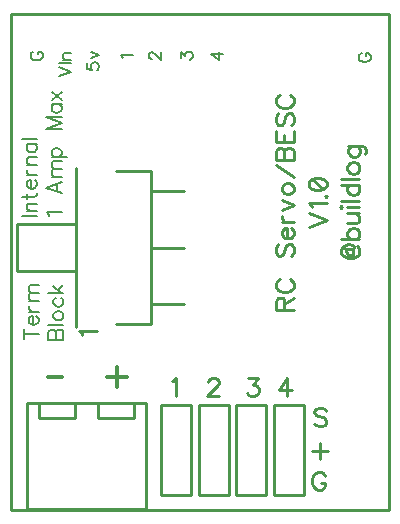
<source format=gbr>
G04 DipTrace 4.0.0.2*
G04 TopSilk.gbr*
%MOIN*%
G04 #@! TF.FileFunction,Legend,Top*
G04 #@! TF.Part,Single*
%ADD10C,0.009843*%
%ADD42C,0.006176*%
%ADD43C,0.009264*%
%ADD44C,0.00772*%
%ADD45C,0.012351*%
%FSLAX26Y26*%
G04*
G70*
G90*
G75*
G01*
G04 TopSilk*
%LPD*%
X842425Y397150D2*
D10*
Y751480D1*
X448724D1*
Y397150D1*
X842425D1*
X803055Y702264D2*
Y751480D1*
X684945D1*
Y702264D1*
X803055D1*
X606205D2*
Y751480D1*
X488094D1*
Y702264D1*
X606205D1*
X394000Y2047543D2*
Y394000D1*
X1653843D1*
Y2047543D1*
X394000D1*
X894000Y744000D2*
X994000D1*
Y444000D1*
X894000D2*
X994000D1*
X894000Y744000D2*
Y444000D1*
X1019000Y744000D2*
X1119000D1*
Y444000D1*
X1019000D2*
X1119000D1*
X1019000Y744000D2*
Y444000D1*
X1144000Y744000D2*
X1244000D1*
Y444000D1*
X1144000D2*
X1244000D1*
X1144000Y744000D2*
Y444000D1*
X1269000Y744000D2*
X1369000D1*
Y444000D1*
X1269000D2*
X1369000D1*
X1269000Y744000D2*
Y444000D1*
X612259Y1003252D2*
Y1534748D1*
X414719Y1190260D2*
X611570D1*
Y1347740D1*
X414719D1*
Y1190260D1*
X861077Y1013094D2*
Y1524906D1*
X862259Y1013094D2*
X744148D1*
X862259Y1524906D2*
X744148D1*
X862259Y1081992D2*
X970526D1*
X862259Y1269000D2*
X970526D1*
Y1456008D2*
X862259D1*
X1305373Y1062214D2*
D43*
Y1088014D1*
X1302455Y1096636D1*
X1299603Y1099555D1*
X1293899Y1102406D1*
X1288129D1*
X1282425Y1099555D1*
X1279507Y1096636D1*
X1276655Y1088014D1*
Y1062214D1*
X1336943D1*
X1305373Y1082310D2*
X1336943Y1102406D1*
X1290981Y1163977D2*
X1285277Y1161126D1*
X1279507Y1155355D1*
X1276655Y1149652D1*
Y1138178D1*
X1279507Y1132408D1*
X1285277Y1126704D1*
X1290981Y1123785D1*
X1299603Y1120934D1*
X1313995D1*
X1322551Y1123785D1*
X1328321Y1126704D1*
X1334025Y1132408D1*
X1336943Y1138178D1*
Y1149652D1*
X1334025Y1155355D1*
X1328321Y1161126D1*
X1322551Y1163977D1*
X1285277Y1281018D2*
X1279507Y1275314D1*
X1276655Y1266692D1*
Y1255218D1*
X1279507Y1246596D1*
X1285277Y1240826D1*
X1290981D1*
X1296751Y1243744D1*
X1299603Y1246596D1*
X1302455Y1252300D1*
X1308225Y1269544D1*
X1311077Y1275314D1*
X1313995Y1278166D1*
X1319699Y1281018D1*
X1328321D1*
X1334025Y1275314D1*
X1336943Y1266692D1*
Y1255218D1*
X1334025Y1246596D1*
X1328321Y1240826D1*
X1313995Y1299545D2*
Y1333967D1*
X1308225D1*
X1302455Y1331115D1*
X1299603Y1328263D1*
X1296751Y1322493D1*
Y1313871D1*
X1299603Y1308167D1*
X1305373Y1302397D1*
X1313995Y1299545D1*
X1319699D1*
X1328321Y1302397D1*
X1334025Y1308167D1*
X1336943Y1313871D1*
Y1322493D1*
X1334025Y1328263D1*
X1328321Y1333967D1*
X1296751Y1352494D2*
X1336943D1*
X1313995D2*
X1305373Y1355412D1*
X1299603Y1361116D1*
X1296751Y1366886D1*
Y1375508D1*
Y1394035D2*
X1336943Y1411279D1*
X1296751Y1428457D1*
Y1461310D2*
X1299603Y1455606D1*
X1305373Y1449836D1*
X1313995Y1446984D1*
X1319699D1*
X1328321Y1449836D1*
X1334025Y1455606D1*
X1336943Y1461310D1*
Y1469932D1*
X1334025Y1475702D1*
X1328321Y1481406D1*
X1319699Y1484324D1*
X1313995D1*
X1305373Y1481406D1*
X1299603Y1475702D1*
X1296751Y1469932D1*
Y1461310D1*
X1336943Y1502851D2*
X1276721Y1543043D1*
X1276655Y1561570D2*
X1336943D1*
Y1587437D1*
X1334025Y1596059D1*
X1331173Y1598910D1*
X1325469Y1601762D1*
X1316847D1*
X1311077Y1598910D1*
X1308225Y1596059D1*
X1305373Y1587437D1*
X1302455Y1596059D1*
X1299603Y1598910D1*
X1293899Y1601762D1*
X1288129D1*
X1282425Y1598910D1*
X1279507Y1596059D1*
X1276655Y1587437D1*
Y1561570D1*
X1305373D2*
Y1587437D1*
X1276655Y1657563D2*
Y1620289D1*
X1336943D1*
Y1657563D1*
X1305373Y1620289D2*
Y1643237D1*
X1285277Y1716282D2*
X1279507Y1710579D1*
X1276655Y1701956D1*
Y1690483D1*
X1279507Y1681860D1*
X1285277Y1676090D1*
X1290981D1*
X1296751Y1679009D1*
X1299603Y1681860D1*
X1302455Y1687564D1*
X1308225Y1704808D1*
X1311077Y1710579D1*
X1313995Y1713430D1*
X1319699Y1716282D1*
X1328321D1*
X1334025Y1710579D1*
X1336943Y1701956D1*
Y1690483D1*
X1334025Y1681860D1*
X1328321Y1676090D1*
X1290981Y1777853D2*
X1285277Y1775001D1*
X1279507Y1769231D1*
X1276655Y1763527D1*
Y1752054D1*
X1279507Y1746283D1*
X1285277Y1740580D1*
X1290981Y1737661D1*
X1299603Y1734809D1*
X1313995D1*
X1322551Y1737661D1*
X1328321Y1740580D1*
X1334025Y1746283D1*
X1336943Y1752054D1*
Y1763527D1*
X1334025Y1769231D1*
X1328321Y1775001D1*
X1322551Y1777853D1*
X1385892Y1339118D2*
X1446180Y1362066D1*
X1385892Y1385014D1*
X1397432Y1403541D2*
X1394514Y1409311D1*
X1385958Y1417933D1*
X1446180D1*
X1440410Y1439312D2*
X1443328Y1436460D1*
X1446180Y1439312D1*
X1443328Y1442231D1*
X1440410Y1439312D1*
X1385958Y1478002D2*
X1388810Y1469380D1*
X1397432Y1463610D1*
X1411758Y1460758D1*
X1420380D1*
X1434706Y1463610D1*
X1443328Y1469380D1*
X1446180Y1478002D1*
Y1483706D1*
X1443328Y1492328D1*
X1434706Y1498031D1*
X1420380Y1500950D1*
X1411758D1*
X1397432Y1498031D1*
X1388810Y1492328D1*
X1385958Y1483706D1*
Y1478002D1*
X1397432Y1498031D2*
X1434706Y1463610D1*
X1509521Y1265575D2*
Y1256953D1*
X1512373Y1251249D1*
X1515225Y1248331D1*
X1520995Y1245479D1*
X1532469D1*
X1535321Y1248331D1*
Y1254101D1*
X1532469Y1265575D1*
X1538173Y1268427D1*
Y1271278D1*
X1532469Y1277049D1*
X1518143Y1279901D1*
X1509521Y1277049D1*
X1503751Y1274197D1*
X1498047Y1268427D1*
X1495195Y1262723D1*
Y1251249D1*
X1498047Y1245479D1*
X1503751Y1239775D1*
X1509521Y1236857D1*
X1518143Y1234005D1*
X1532469D1*
X1541091Y1236857D1*
X1546795Y1239775D1*
X1552565Y1245479D1*
X1555417Y1251249D1*
Y1262723D1*
X1552565Y1268427D1*
X1546795Y1274197D1*
X1506669Y1265575D2*
X1532469D1*
X1495129Y1298428D2*
X1555417D1*
X1523847D2*
X1518077Y1304198D1*
X1515225Y1309902D1*
Y1318524D1*
X1518077Y1324227D1*
X1523847Y1329998D1*
X1532469Y1332849D1*
X1538173D1*
X1546795Y1329998D1*
X1552499Y1324227D1*
X1555417Y1318524D1*
Y1309902D1*
X1552499Y1304198D1*
X1546795Y1298428D1*
X1515225Y1351377D2*
X1543943D1*
X1552499Y1354228D1*
X1555417Y1359999D1*
Y1368621D1*
X1552499Y1374325D1*
X1543943Y1382947D1*
X1515225D2*
X1555417D1*
X1495129Y1401474D2*
X1497981Y1404326D1*
X1495129Y1407244D1*
X1492211Y1404326D1*
X1495129Y1401474D1*
X1515225Y1404326D2*
X1555417D1*
X1495129Y1425771D2*
X1555417D1*
X1495129Y1478720D2*
X1555417D1*
X1523847D2*
X1518077Y1473016D1*
X1515225Y1467246D1*
Y1458624D1*
X1518077Y1452920D1*
X1523847Y1447150D1*
X1532469Y1444298D1*
X1538173D1*
X1546795Y1447150D1*
X1552499Y1452920D1*
X1555417Y1458624D1*
Y1467246D1*
X1552499Y1473016D1*
X1546795Y1478720D1*
X1495129Y1497247D2*
X1555417D1*
X1515225Y1530100D2*
X1518077Y1524396D1*
X1523847Y1518626D1*
X1532469Y1515774D1*
X1538173D1*
X1546795Y1518626D1*
X1552499Y1524396D1*
X1555417Y1530100D1*
Y1538722D1*
X1552499Y1544492D1*
X1546795Y1550196D1*
X1538173Y1553114D1*
X1532469D1*
X1523847Y1550196D1*
X1518077Y1544492D1*
X1515225Y1538722D1*
Y1530100D1*
X1518077Y1606063D2*
X1564039D1*
X1572595Y1603211D1*
X1575513Y1600359D1*
X1578365Y1594589D1*
Y1585967D1*
X1575513Y1580263D1*
X1526699Y1606063D2*
X1520995Y1600359D1*
X1518077Y1594589D1*
Y1585967D1*
X1520995Y1580263D1*
X1526699Y1574493D1*
X1535321Y1571641D1*
X1541091D1*
X1549647Y1574493D1*
X1555417Y1580263D1*
X1558269Y1585967D1*
Y1594589D1*
X1555417Y1600359D1*
X1549647Y1606063D1*
X1562543Y1916057D2*
D42*
X1558740Y1914155D1*
X1554893Y1910309D1*
X1552992Y1906506D1*
Y1898857D1*
X1554893Y1895010D1*
X1558740Y1891208D1*
X1562543Y1889262D1*
X1568291Y1887361D1*
X1577886D1*
X1583589Y1889262D1*
X1587436Y1891208D1*
X1591239Y1895010D1*
X1593184Y1898857D1*
Y1906506D1*
X1591239Y1910309D1*
X1587436Y1914155D1*
X1583589Y1916057D1*
X1577886D1*
Y1906506D1*
X646836Y1883162D2*
Y1864061D1*
X664035Y1862159D1*
X662134Y1864061D1*
X660189Y1869809D1*
Y1875512D1*
X662134Y1881260D1*
X665937Y1885107D1*
X671685Y1887009D1*
X675487D1*
X681235Y1885107D1*
X685082Y1881260D1*
X686983Y1875512D1*
Y1869809D1*
X685082Y1864061D1*
X683137Y1862159D1*
X679334Y1860214D1*
X660189Y1899360D2*
X686983Y1910856D1*
X660189Y1922308D1*
X468842Y1922306D2*
X465039Y1920405D1*
X461193Y1916558D1*
X459291Y1912756D1*
Y1905106D1*
X461193Y1901259D1*
X465039Y1897457D1*
X468842Y1895511D1*
X474590Y1893610D1*
X484185D1*
X489889Y1895511D1*
X493735Y1897457D1*
X497538Y1901259D1*
X499483Y1905106D1*
Y1912756D1*
X497538Y1916558D1*
X493735Y1920405D1*
X489889Y1922306D1*
X484185D1*
Y1912756D1*
X766985Y1900211D2*
X765039Y1904058D1*
X759336Y1909806D1*
X799483D1*
X862637Y1897457D2*
X860736D1*
X856889Y1899358D1*
X854988Y1901260D1*
X853086Y1905107D1*
Y1912756D1*
X854988Y1916558D1*
X856889Y1918460D1*
X860736Y1920405D1*
X864538D1*
X868385Y1918460D1*
X874089Y1914657D1*
X893234Y1895512D1*
Y1922306D1*
X959336Y1899358D2*
Y1920361D1*
X974634Y1908909D1*
Y1914657D1*
X976535Y1918460D1*
X978437Y1920361D1*
X984185Y1922306D1*
X987987D1*
X993735Y1920361D1*
X997582Y1916558D1*
X999483Y1910810D1*
Y1905062D1*
X997582Y1899358D1*
X995637Y1897457D1*
X991834Y1895512D1*
X1099483Y1912756D2*
X1059336D1*
X1086086Y1893610D1*
Y1922306D1*
X553042Y1839711D2*
X593234Y1855010D1*
X553042Y1870308D1*
Y1882660D2*
X593234D1*
X566439Y1895011D2*
X593234D1*
X574089D2*
X568341Y1900759D1*
X566439Y1904606D1*
Y1910310D1*
X568341Y1914157D1*
X574089Y1916058D1*
X593234D1*
X631946Y977819D2*
D43*
X629028Y983590D1*
X620472Y992212D1*
X680694D1*
X1051354Y819694D2*
Y822546D1*
X1054206Y828316D1*
X1057058Y831168D1*
X1062828Y834020D1*
X1074302D1*
X1080006Y831168D1*
X1082858Y828316D1*
X1085776Y822546D1*
Y816842D1*
X1082858Y811072D1*
X1077154Y802517D1*
X1048436Y773799D1*
X1088628D1*
X1185457Y834020D2*
X1216961D1*
X1199783Y811072D1*
X1208405D1*
X1214109Y808220D1*
X1216961Y805369D1*
X1219879Y796746D1*
Y791043D1*
X1216961Y782421D1*
X1211257Y776650D1*
X1202635Y773799D1*
X1194013D1*
X1185457Y776650D1*
X1182605Y779569D1*
X1179687Y785273D1*
X1314656Y773799D2*
Y834020D1*
X1285938Y793895D1*
X1328981D1*
X1441481Y507261D2*
X1438630Y512965D1*
X1432859Y518735D1*
X1427156Y521587D1*
X1415682D1*
X1409912Y518735D1*
X1404208Y512965D1*
X1401289Y507261D1*
X1398438Y498639D1*
Y484246D1*
X1401289Y475691D1*
X1404208Y469921D1*
X1409912Y464217D1*
X1415682Y461299D1*
X1427156D1*
X1432859Y464217D1*
X1438630Y469921D1*
X1441481Y475691D1*
Y484246D1*
X1427156D1*
X929688Y822546D2*
X935458Y825465D1*
X944080Y834020D1*
Y773799D1*
X1424237Y617243D2*
Y565577D1*
X1398438Y591377D2*
X1450104D1*
X1444880Y725465D2*
X1439176Y731235D1*
X1430554Y734087D1*
X1419080D1*
X1410458Y731235D1*
X1404688Y725465D1*
Y719761D1*
X1407606Y713991D1*
X1410458Y711139D1*
X1416162Y708287D1*
X1433406Y702517D1*
X1439176Y699665D1*
X1442028Y696746D1*
X1444880Y691043D1*
Y682421D1*
X1439176Y676717D1*
X1430554Y673799D1*
X1419080D1*
X1410458Y676717D1*
X1404688Y682421D1*
X435763Y979258D2*
D44*
X486003D1*
X435763Y962512D2*
Y996005D1*
X466880Y1011444D2*
Y1040129D1*
X462071D1*
X457263Y1037753D1*
X454886Y1035376D1*
X452510Y1030567D1*
Y1023382D1*
X454886Y1018629D1*
X459695Y1013821D1*
X466880Y1011444D1*
X471633D1*
X478818Y1013821D1*
X483571Y1018629D1*
X486003Y1023382D1*
Y1030567D1*
X483571Y1035376D1*
X478818Y1040129D1*
X452510Y1055568D2*
X486003D1*
X466880D2*
X459695Y1058000D1*
X454886Y1062753D1*
X452510Y1067562D1*
Y1074747D1*
Y1090186D2*
X486003D1*
X462071D2*
X454886Y1097371D1*
X452510Y1102180D1*
Y1109309D1*
X454886Y1114118D1*
X462071Y1116494D1*
X486003D1*
X462071D2*
X454886Y1123679D1*
X452510Y1128488D1*
Y1135618D1*
X454886Y1140426D1*
X462071Y1142858D1*
X486003D1*
X518518Y961442D2*
X568758D1*
Y982998D1*
X566327Y990183D1*
X563950Y992559D1*
X559197Y994936D1*
X552012D1*
X547203Y992559D1*
X544827Y990183D1*
X542450Y982998D1*
X540018Y990183D1*
X537642Y992559D1*
X532889Y994936D1*
X528080D1*
X523327Y992559D1*
X520895Y990183D1*
X518518Y982998D1*
Y961442D1*
X542450D2*
Y982998D1*
X518518Y1010375D2*
X568758D1*
X535265Y1037753D2*
X537642Y1032999D1*
X542450Y1028191D1*
X549635Y1025814D1*
X554388D1*
X561573Y1028191D1*
X566327Y1032999D1*
X568758Y1037753D1*
Y1044938D1*
X566327Y1049746D1*
X561573Y1054499D1*
X554388Y1056931D1*
X549635D1*
X542450Y1054499D1*
X537642Y1049746D1*
X535265Y1044938D1*
Y1037753D1*
X542450Y1101110D2*
X537642Y1096302D1*
X535265Y1091494D1*
Y1084364D1*
X537642Y1079555D1*
X542450Y1074802D1*
X549635Y1072370D1*
X554388D1*
X561573Y1074802D1*
X566327Y1079555D1*
X568758Y1084364D1*
Y1091494D1*
X566327Y1096302D1*
X561573Y1101110D1*
X518518Y1116550D2*
X568758D1*
X535265Y1140481D2*
X559197Y1116550D1*
X549635Y1126111D2*
X568758Y1142858D1*
X429514Y1373942D2*
X479754D1*
X446260Y1389382D2*
X479754D1*
X455822D2*
X448637Y1396567D1*
X446260Y1401375D1*
Y1408505D1*
X448637Y1413313D1*
X455822Y1415690D1*
X479754D1*
X429514Y1438314D2*
X470192D1*
X477322Y1440691D1*
X479754Y1445499D1*
Y1450253D1*
X446260Y1431129D2*
Y1447876D1*
X460631Y1465692D2*
Y1494377D1*
X455822D1*
X451014Y1492000D1*
X448637Y1489623D1*
X446260Y1484815D1*
Y1477630D1*
X448637Y1472877D1*
X453446Y1468068D1*
X460631Y1465692D1*
X465384D1*
X472569Y1468068D1*
X477322Y1472877D1*
X479754Y1477630D1*
Y1484815D1*
X477322Y1489623D1*
X472569Y1494377D1*
X446260Y1509816D2*
X479754D1*
X460631D2*
X453446Y1512248D1*
X448637Y1517001D1*
X446260Y1521809D1*
Y1528994D1*
Y1544434D2*
X479754D1*
X455822D2*
X448637Y1551619D1*
X446260Y1556427D1*
Y1563557D1*
X448637Y1568365D1*
X455822Y1570742D1*
X479754D1*
X446260Y1614866D2*
X479754D1*
X453446D2*
X448637Y1610113D1*
X446260Y1605304D1*
Y1598175D1*
X448637Y1593366D1*
X453446Y1588613D1*
X460631Y1586181D1*
X465384D1*
X472569Y1588613D1*
X477322Y1593366D1*
X479754Y1598175D1*
Y1605304D1*
X477322Y1610113D1*
X472569Y1614866D1*
X429514Y1630305D2*
X479754D1*
X521886Y1373942D2*
X519454Y1378751D1*
X512324Y1385936D1*
X562509D1*
Y1488278D2*
X512269Y1469099D1*
X562509Y1449976D1*
X545762Y1457161D2*
Y1481093D1*
X529016Y1503717D2*
X562509D1*
X538577D2*
X531392Y1510902D1*
X529016Y1515711D1*
Y1522840D1*
X531392Y1527649D1*
X538577Y1530026D1*
X562509D1*
X538577D2*
X531392Y1537211D1*
X529016Y1542019D1*
Y1549149D1*
X531392Y1553957D1*
X538577Y1556389D1*
X562509D1*
X529016Y1571828D2*
X579256D1*
X536201D2*
X531448Y1576637D1*
X529016Y1581390D1*
Y1588575D1*
X531448Y1593383D1*
X536201Y1598137D1*
X543386Y1600568D1*
X548194D1*
X555324Y1598137D1*
X560133Y1593383D1*
X562509Y1588575D1*
Y1581390D1*
X560133Y1576637D1*
X555324Y1571828D1*
X562509Y1702855D2*
X512269D1*
X562509Y1683732D1*
X512269Y1664609D1*
X562509D1*
X529016Y1746979D2*
X562509D1*
X536201D2*
X531392Y1742226D1*
X529016Y1737418D1*
Y1730288D1*
X531392Y1725480D1*
X536201Y1720726D1*
X543386Y1718294D1*
X548139D1*
X555324Y1720726D1*
X560077Y1725480D1*
X562509Y1730288D1*
Y1737418D1*
X560077Y1742226D1*
X555324Y1746979D1*
X529016Y1762419D2*
X562509Y1788727D1*
X529016D2*
X562509Y1762419D1*
X746881Y871512D2*
D45*
Y802624D1*
X712481Y837024D2*
X781369D1*
X518731Y837068D2*
X562946D1*
M02*

</source>
